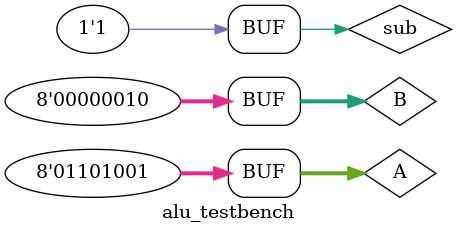
<source format=v>
`timescale 1ns / 1ps


module alu_testbench;

	// Inputs
	reg [7:0] A;
	reg [7:0] B;
	reg sub;

	// Outputs
	wire [7:0] result;
	wire carryFlag;
	wire zeroFlag;

	// Instantiate the Unit Under Test (UUT)
	alu uut (
		.result(result), 
		.carryFlag(carryFlag), 
		.zeroFlag(zeroFlag), 
		.A(A), 
		.B(B), 
		.sub(sub)
	);

	initial begin
		// Initialize Inputs
		A = 0;
		B = 0;
		sub = 0;

		// Wait 100 ns for global reset to finish
		#100 A = 8'b01101001; B = 8'b00000010; 
		#100 sub = 1'b1;

	end
      
endmodule


</source>
